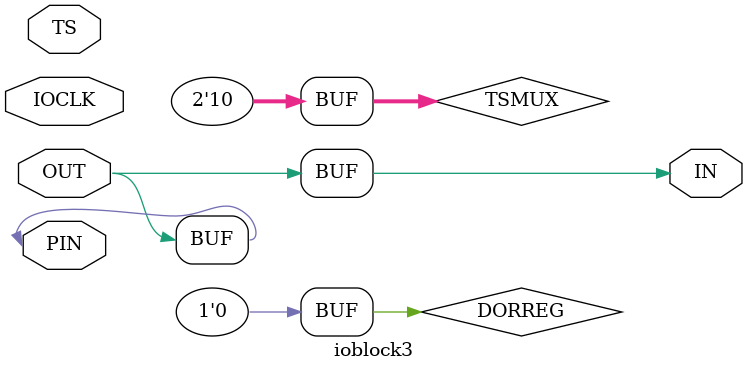
<source format=v>
module ioblock3(
	       inout  PIN,
	       input  TS,
	       input  OUT,
	       output IN,
	       input IOCLK
	       );
   
   reg 		     D;
   reg [2-1:0] 	     TSMUX;
   reg 		     DORREG;

   assign PIN = ( TSMUX == 2'b00 ) ? 1'bz : (( TSMUX == 2'b01 && TS == 1'b1 ) ? OUT : (( TSMUX == 2'b01 && TS == 1'b0 ) ? 1'bz : OUT));
   assign IN  = ( DORREG == 1'b0 ) ? PIN  : D;
   
   initial
     begin
	D=1'b0;
	TSMUX=2'b10;
	DORREG=1'b0;
     end
   
   always @(posedge IOCLK) D=PIN;
   
endmodule       

</source>
